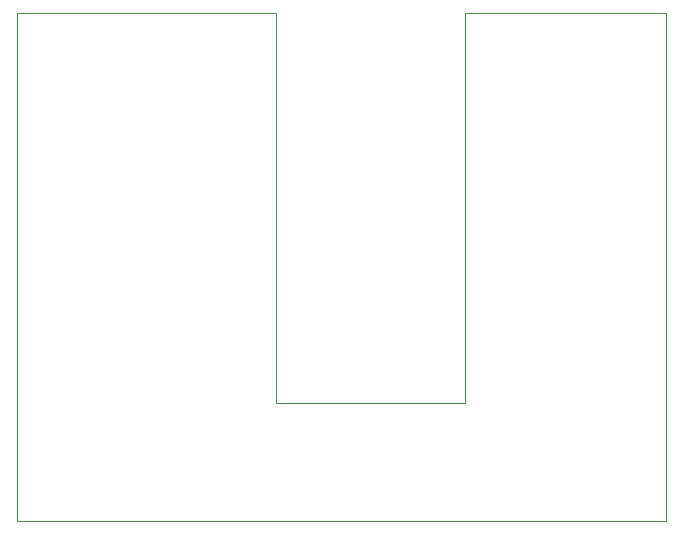
<source format=gm1>
G04 #@! TF.GenerationSoftware,KiCad,Pcbnew,5.1.5+dfsg1-2build2*
G04 #@! TF.CreationDate,2021-11-26T13:05:08+03:00*
G04 #@! TF.ProjectId,Mezonin,4d657a6f-6e69-46e2-9e6b-696361645f70,rev?*
G04 #@! TF.SameCoordinates,Original*
G04 #@! TF.FileFunction,Profile,NP*
%FSLAX46Y46*%
G04 Gerber Fmt 4.6, Leading zero omitted, Abs format (unit mm)*
G04 Created by KiCad (PCBNEW 5.1.5+dfsg1-2build2) date 2021-11-26 13:05:08*
%MOMM*%
%LPD*%
G04 APERTURE LIST*
%ADD10C,0.050000*%
G04 APERTURE END LIST*
D10*
X130766999Y-145650000D02*
X114766999Y-145650000D01*
X114766999Y-112650000D02*
X92766999Y-112650000D01*
X114766999Y-145650000D02*
X114766999Y-112650000D01*
X130766999Y-112650000D02*
X130766999Y-145650000D01*
X147766999Y-112650000D02*
X130766999Y-112650000D01*
X147766999Y-155650000D02*
X147766999Y-112650000D01*
X92766999Y-155650000D02*
X147766999Y-155650000D01*
X92766999Y-112650000D02*
X92766999Y-155650000D01*
M02*

</source>
